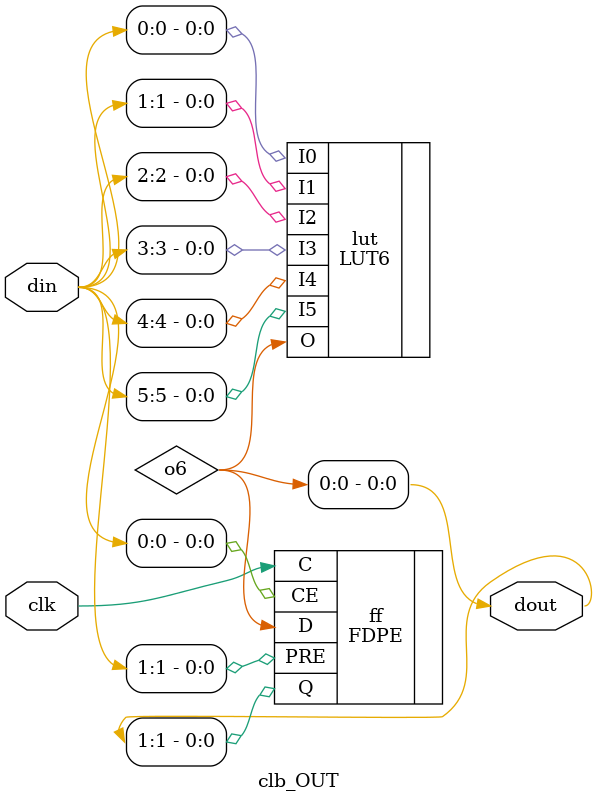
<source format=v>
module clb_OUT (input clk, input [7:0] din, output [7:0] dout);
    wire o6;
    assign dout[0] = o6;
	(* LOC="SLICE_X67Y330", BEL="B6LUT", KEEP, DONT_TOUCH *)
	LUT6 #(
		.INIT(64'h8000_0000_0000_0001)
	) lut (
		.I0(din[0]),
		.I1(din[1]),
		.I2(din[2]),
		.I3(din[3]),
		.I4(din[4]),
		.I5(din[5]),
		.O(o6));
	(* LOC="SLICE_X67Y330", BEL="BFF" *)
	FDPE ff (
		.C(clk),
		.Q(dout[1]),
		.CE(din[0]),
		.PRE(din[1]),
		.D(o6));
endmodule
</source>
